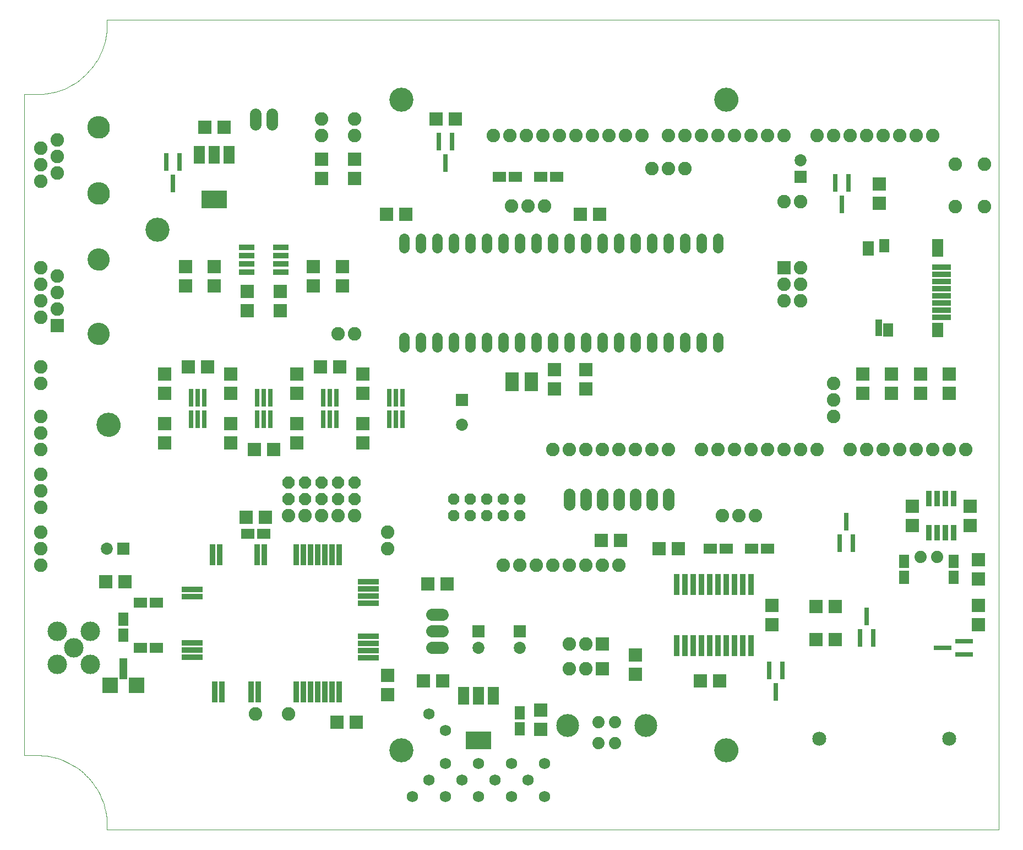
<source format=gts>
G75*
G70*
%OFA0B0*%
%FSLAX24Y24*%
%IPPOS*%
%LPD*%
%AMOC8*
5,1,8,0,0,1.08239X$1,22.5*
%
%ADD10C,0.0640*%
%ADD11C,0.0820*%
%ADD12R,0.0789X0.0631*%
%ADD13C,0.0740*%
%ADD14C,0.1386*%
%ADD15R,0.0300X0.1100*%
%ADD16R,0.0320X0.0950*%
%ADD17R,0.0790X0.0789*%
%ADD18R,0.0789X0.0790*%
%ADD19R,0.0730X0.0730*%
%ADD20C,0.0730*%
%ADD21C,0.0848*%
%ADD22OC8,0.0680*%
%ADD23C,0.0714*%
%ADD24R,0.1100X0.0300*%
%ADD25R,0.0789X0.1180*%
%ADD26R,0.1163X0.0356*%
%ADD27R,0.0671X0.1064*%
%ADD28R,0.0671X0.0907*%
%ADD29R,0.0592X0.0789*%
%ADD30R,0.0395X0.1045*%
%ADD31R,0.0631X0.0789*%
%ADD32R,0.0690X0.0867*%
%ADD33R,0.0320X0.1280*%
%ADD34R,0.0820X0.0820*%
%ADD35C,0.0720*%
%ADD36R,0.0340X0.1280*%
%ADD37R,0.1280X0.0340*%
%ADD38C,0.1180*%
%ADD39OC8,0.0720*%
%ADD40R,0.0480X0.1280*%
%ADD41R,0.0920X0.0960*%
%ADD42C,0.0000*%
%ADD43C,0.1340*%
%ADD44C,0.1360*%
%ADD45R,0.0950X0.0320*%
%ADD46C,0.1458*%
%ADD47R,0.0680X0.1080*%
%ADD48R,0.1530X0.1080*%
%ADD49C,0.0680*%
D10*
X026175Y032395D02*
X026175Y032955D01*
X027175Y032955D02*
X027175Y032395D01*
X028175Y032395D02*
X028175Y032955D01*
X029175Y032955D02*
X029175Y032395D01*
X030175Y032395D02*
X030175Y032955D01*
X031175Y032955D02*
X031175Y032395D01*
X032175Y032395D02*
X032175Y032955D01*
X033175Y032955D02*
X033175Y032395D01*
X034175Y032395D02*
X034175Y032955D01*
X035175Y032955D02*
X035175Y032395D01*
X036175Y032395D02*
X036175Y032955D01*
X037175Y032955D02*
X037175Y032395D01*
X038175Y032395D02*
X038175Y032955D01*
X039175Y032955D02*
X039175Y032395D01*
X040175Y032395D02*
X040175Y032955D01*
X041175Y032955D02*
X041175Y032395D01*
X042175Y032395D02*
X042175Y032955D01*
X043175Y032955D02*
X043175Y032395D01*
X044175Y032395D02*
X044175Y032955D01*
X045175Y032955D02*
X045175Y032395D01*
X045175Y038395D02*
X045175Y038955D01*
X044175Y038955D02*
X044175Y038395D01*
X043175Y038395D02*
X043175Y038955D01*
X042175Y038955D02*
X042175Y038395D01*
X041175Y038395D02*
X041175Y038955D01*
X040175Y038955D02*
X040175Y038395D01*
X039175Y038395D02*
X039175Y038955D01*
X038175Y038955D02*
X038175Y038395D01*
X037175Y038395D02*
X037175Y038955D01*
X036175Y038955D02*
X036175Y038395D01*
X035175Y038395D02*
X035175Y038955D01*
X034175Y038955D02*
X034175Y038395D01*
X033175Y038395D02*
X033175Y038955D01*
X032175Y038955D02*
X032175Y038395D01*
X031175Y038395D02*
X031175Y038955D01*
X030175Y038955D02*
X030175Y038395D01*
X029175Y038395D02*
X029175Y038955D01*
X028175Y038955D02*
X028175Y038395D01*
X027175Y038395D02*
X027175Y038955D01*
X026175Y038955D02*
X026175Y038395D01*
D11*
X032675Y040925D03*
X033675Y040925D03*
X034675Y040925D03*
X034575Y045175D03*
X033575Y045175D03*
X032575Y045175D03*
X031575Y045175D03*
X035575Y045175D03*
X036575Y045175D03*
X037575Y045175D03*
X038575Y045175D03*
X039575Y045175D03*
X040575Y045175D03*
X042175Y045175D03*
X043175Y045175D03*
X044175Y045175D03*
X045175Y045175D03*
X046175Y045175D03*
X047175Y045175D03*
X048175Y045175D03*
X049175Y045175D03*
X051175Y045175D03*
X052175Y045175D03*
X053175Y045175D03*
X054175Y045175D03*
X055175Y045175D03*
X056175Y045175D03*
X057175Y045175D03*
X058175Y045175D03*
X059535Y043455D03*
X061315Y043455D03*
X061315Y040895D03*
X059535Y040895D03*
X050175Y041175D03*
X049175Y041175D03*
X043175Y043175D03*
X042175Y043175D03*
X041175Y043175D03*
X050175Y037175D03*
X050175Y036175D03*
X049175Y036175D03*
X049175Y035175D03*
X050175Y035175D03*
X052175Y030175D03*
X052175Y029175D03*
X052175Y028175D03*
X051175Y026175D03*
X050175Y026175D03*
X049175Y026175D03*
X048175Y026175D03*
X047175Y026175D03*
X046175Y026175D03*
X045175Y026175D03*
X044175Y026175D03*
X042175Y026175D03*
X041175Y026175D03*
X040175Y026175D03*
X039175Y026175D03*
X038175Y026175D03*
X037175Y026175D03*
X036175Y026175D03*
X035175Y026175D03*
X045425Y022175D03*
X046425Y022175D03*
X047425Y022175D03*
X053175Y026175D03*
X054175Y026175D03*
X055175Y026175D03*
X056175Y026175D03*
X057175Y026175D03*
X058175Y026175D03*
X059175Y026175D03*
X060175Y026175D03*
X039175Y019175D03*
X038175Y019175D03*
X037175Y019175D03*
X036175Y019175D03*
X035175Y019175D03*
X034175Y019175D03*
X033175Y019175D03*
X032175Y019175D03*
X036175Y014425D03*
X037175Y014425D03*
X037175Y012925D03*
X036175Y012925D03*
X025175Y020175D03*
X025175Y021175D03*
X023175Y022175D03*
X022175Y022175D03*
X021175Y022175D03*
X020175Y022175D03*
X019175Y022175D03*
X004175Y022675D03*
X004175Y023675D03*
X004175Y024675D03*
X004175Y026175D03*
X004175Y027175D03*
X004175Y028175D03*
X004175Y030175D03*
X004175Y031175D03*
X004175Y034175D03*
X005175Y034675D03*
X004175Y035175D03*
X005175Y035675D03*
X004175Y036175D03*
X005175Y036675D03*
X004175Y037175D03*
X004175Y042425D03*
X005175Y042925D03*
X004175Y043425D03*
X005175Y043925D03*
X004175Y044425D03*
X005175Y044925D03*
X021175Y045175D03*
X021175Y046175D03*
X023175Y046175D03*
X023175Y045175D03*
X023175Y033175D03*
X022175Y033175D03*
X004175Y021175D03*
X004175Y020175D03*
X004175Y019175D03*
X017175Y010175D03*
X019175Y010175D03*
D12*
X011157Y014175D03*
X010193Y014175D03*
X010193Y016925D03*
X011157Y016925D03*
X016693Y021075D03*
X017657Y021075D03*
X044693Y020175D03*
X045657Y020175D03*
X047193Y020175D03*
X048157Y020175D03*
X035407Y042675D03*
X034443Y042675D03*
X032907Y042675D03*
X031943Y042675D03*
D13*
X057425Y019675D03*
X058425Y019675D03*
X038917Y009675D03*
X037933Y009675D03*
X037933Y008415D03*
X038917Y008415D03*
D14*
X040795Y009478D03*
X036055Y009478D03*
D15*
X048275Y012825D03*
X049075Y012825D03*
X048675Y011525D03*
X053775Y014775D03*
X054575Y014775D03*
X054175Y016075D03*
X053325Y020525D03*
X052525Y020525D03*
X052925Y021825D03*
X026075Y028025D03*
X025675Y028025D03*
X025275Y028025D03*
X025275Y029325D03*
X025675Y029325D03*
X026075Y029325D03*
X022075Y029325D03*
X021675Y029325D03*
X021275Y029325D03*
X021275Y028025D03*
X021675Y028025D03*
X022075Y028025D03*
X018075Y028025D03*
X017675Y028025D03*
X017275Y028025D03*
X017275Y029325D03*
X017675Y029325D03*
X018075Y029325D03*
X014075Y029325D03*
X013675Y029325D03*
X013275Y029325D03*
X013275Y028025D03*
X013675Y028025D03*
X014075Y028025D03*
X012175Y042275D03*
X011775Y043575D03*
X012575Y043575D03*
X028275Y044825D03*
X029075Y044825D03*
X028675Y043525D03*
X052275Y042325D03*
X053075Y042325D03*
X052675Y041025D03*
D16*
X057925Y023205D03*
X058425Y023205D03*
X058925Y023205D03*
X059425Y023205D03*
X059425Y021145D03*
X058925Y021145D03*
X058425Y021145D03*
X057925Y021145D03*
D17*
X056925Y021585D03*
X056925Y022765D03*
X060425Y022765D03*
X060425Y021585D03*
X060925Y019515D03*
X060925Y018335D03*
X060925Y016765D03*
X060925Y015585D03*
X048425Y015585D03*
X048425Y016765D03*
X040175Y013765D03*
X040175Y012585D03*
X034425Y010415D03*
X034425Y009235D03*
X025175Y011335D03*
X025175Y012515D03*
X023675Y026585D03*
X023675Y027765D03*
X023675Y029585D03*
X023675Y030765D03*
X019675Y030765D03*
X019675Y029585D03*
X019675Y027765D03*
X019675Y026585D03*
X015675Y026585D03*
X015675Y027765D03*
X015675Y029585D03*
X015675Y030765D03*
X011675Y030765D03*
X011675Y029585D03*
X011675Y027765D03*
X011675Y026585D03*
X016675Y034585D03*
X016675Y035765D03*
X018675Y035765D03*
X018675Y034585D03*
X020675Y036085D03*
X020675Y037265D03*
X022425Y037265D03*
X022425Y036085D03*
X014675Y036085D03*
X014675Y037265D03*
X012925Y037265D03*
X012925Y036085D03*
X021175Y042585D03*
X023175Y042585D03*
X023175Y043765D03*
X021175Y043765D03*
X035275Y031015D03*
X037175Y031015D03*
X037175Y029835D03*
X035275Y029835D03*
X053925Y029585D03*
X055675Y029585D03*
X055675Y030765D03*
X053925Y030765D03*
X057425Y030765D03*
X057425Y029585D03*
X059175Y029585D03*
X059175Y030765D03*
X054925Y041085D03*
X054925Y042265D03*
D18*
X038015Y040425D03*
X036835Y040425D03*
X029265Y046175D03*
X028085Y046175D03*
X026265Y040425D03*
X025085Y040425D03*
X015265Y045675D03*
X014085Y045675D03*
X014265Y031175D03*
X013085Y031175D03*
X017085Y026175D03*
X018265Y026175D03*
X017765Y022075D03*
X016585Y022075D03*
X009265Y018175D03*
X008085Y018175D03*
X022085Y009675D03*
X023265Y009675D03*
X027335Y012175D03*
X028515Y012175D03*
X028765Y018050D03*
X027585Y018050D03*
X038085Y020675D03*
X039265Y020675D03*
X041585Y020175D03*
X042765Y020175D03*
X051085Y016675D03*
X052265Y016675D03*
X052265Y014675D03*
X051085Y014675D03*
X045265Y012175D03*
X044085Y012175D03*
X022265Y031175D03*
X021085Y031175D03*
D19*
X029675Y029175D03*
X009175Y020175D03*
X030675Y015175D03*
X033175Y015175D03*
X050175Y042675D03*
D20*
X050175Y043675D03*
X029675Y027675D03*
X008175Y020175D03*
X030675Y014175D03*
X033175Y014175D03*
D21*
X051301Y008675D03*
X059175Y008675D03*
D22*
X033175Y022175D03*
X033175Y023175D03*
X032175Y023175D03*
X032175Y022175D03*
X031175Y022175D03*
X031175Y023175D03*
X030175Y023175D03*
X030175Y022175D03*
X029175Y022175D03*
X029175Y023175D03*
D23*
X036175Y022858D02*
X036175Y023492D01*
X037175Y023492D02*
X037175Y022858D01*
X038175Y022858D02*
X038175Y023492D01*
X039175Y023492D02*
X039175Y022858D01*
X040175Y022858D02*
X040175Y023492D01*
X041175Y023492D02*
X041175Y022858D01*
X042175Y022858D02*
X042175Y023492D01*
X018175Y045858D02*
X018175Y046492D01*
X017175Y046492D02*
X017175Y045858D01*
D24*
X060075Y014575D03*
X058775Y014175D03*
X060075Y013775D03*
D25*
X033865Y030275D03*
X032685Y030275D03*
D26*
X058716Y034175D03*
X058716Y034608D03*
X058716Y035041D03*
X058716Y035474D03*
X058716Y035907D03*
X058716Y036340D03*
X058716Y036773D03*
X058716Y037206D03*
D27*
X058470Y038368D03*
D28*
X058470Y033427D03*
D29*
X055478Y033407D03*
D30*
X054888Y033535D03*
D31*
X055222Y038506D03*
X056425Y019407D03*
X056425Y018443D03*
X059425Y018443D03*
X059425Y019407D03*
X033175Y010257D03*
X033175Y009293D03*
X009175Y014943D03*
X009175Y015907D03*
D32*
X054268Y038348D03*
D33*
X047175Y018025D03*
X046675Y018025D03*
X046175Y018025D03*
X045675Y018025D03*
X045175Y018025D03*
X044675Y018025D03*
X044175Y018025D03*
X043675Y018025D03*
X043175Y018025D03*
X042675Y018025D03*
X042675Y014325D03*
X043175Y014325D03*
X043675Y014325D03*
X044175Y014325D03*
X044675Y014325D03*
X045175Y014325D03*
X045675Y014325D03*
X046175Y014325D03*
X046675Y014325D03*
X047175Y014325D03*
D34*
X038175Y014425D03*
X038175Y012925D03*
X005175Y033675D03*
X049175Y037175D03*
D35*
X028495Y016175D02*
X027855Y016175D01*
X027855Y015175D02*
X028495Y015175D01*
X028495Y014175D02*
X027855Y014175D01*
D36*
X022218Y011527D03*
X021785Y011527D03*
X021352Y011527D03*
X020919Y011527D03*
X020486Y011527D03*
X020053Y011527D03*
X019620Y011527D03*
X017336Y011527D03*
X016903Y011527D03*
X015132Y011527D03*
X014699Y011527D03*
X014581Y019823D03*
X015014Y019823D03*
X017258Y019823D03*
X017691Y019823D03*
X019620Y019823D03*
X020053Y019823D03*
X020486Y019823D03*
X020919Y019823D03*
X021352Y019823D03*
X021785Y019823D03*
X022218Y019823D03*
D37*
X024004Y018195D03*
X024004Y017762D03*
X024004Y017329D03*
X024004Y016895D03*
X024004Y014888D03*
X024004Y014455D03*
X024004Y014021D03*
X024004Y013588D03*
X013346Y013628D03*
X013346Y014061D03*
X013346Y014494D03*
X013346Y017289D03*
X013346Y017722D03*
D38*
X007175Y015175D03*
X006175Y014175D03*
X005175Y013175D03*
X007175Y013175D03*
X005175Y015175D03*
D39*
X019175Y023175D03*
X019175Y024175D03*
X020175Y024175D03*
X021175Y024175D03*
X022175Y024175D03*
X023175Y024175D03*
X023175Y023175D03*
X022175Y023175D03*
X021175Y023175D03*
X020175Y023175D03*
D40*
X009175Y012925D03*
D41*
X008375Y011925D03*
X009975Y011925D03*
D42*
X003675Y007675D02*
X003884Y007682D01*
X004093Y007679D01*
X004301Y007665D01*
X004509Y007642D01*
X004715Y007608D01*
X004919Y007564D01*
X005121Y007510D01*
X005320Y007447D01*
X005516Y007374D01*
X005708Y007291D01*
X005895Y007199D01*
X006078Y007097D01*
X006256Y006987D01*
X006428Y006869D01*
X006594Y006742D01*
X006753Y006607D01*
X006906Y006464D01*
X007051Y006314D01*
X007189Y006157D01*
X007320Y005994D01*
X007442Y005824D01*
X007555Y005649D01*
X007660Y005468D01*
X007756Y005282D01*
X007842Y005092D01*
X007919Y004898D01*
X007987Y004700D01*
X008044Y004499D01*
X008092Y004296D01*
X008130Y004090D01*
X008157Y003883D01*
X008175Y003675D01*
X008175Y003175D01*
X062175Y003175D01*
X062175Y052175D01*
X008175Y052175D01*
X008175Y051675D01*
X008158Y051473D01*
X008132Y051272D01*
X008096Y051073D01*
X008051Y050875D01*
X007996Y050680D01*
X007932Y050488D01*
X007859Y050299D01*
X007777Y050113D01*
X007687Y049932D01*
X007588Y049756D01*
X007480Y049584D01*
X007365Y049417D01*
X007242Y049256D01*
X007111Y049102D01*
X006973Y048953D01*
X006828Y048811D01*
X006677Y048677D01*
X006519Y048550D01*
X006355Y048430D01*
X006186Y048318D01*
X006012Y048215D01*
X005833Y048120D01*
X005650Y048033D01*
X005463Y047956D01*
X005272Y047887D01*
X005079Y047827D01*
X004882Y047777D01*
X004684Y047736D01*
X004484Y047705D01*
X004282Y047683D01*
X004080Y047671D01*
X003878Y047668D01*
X003675Y047675D01*
X003175Y047675D01*
X003175Y007675D01*
X003675Y007675D01*
X025301Y007990D02*
X025303Y008042D01*
X025309Y008094D01*
X025319Y008145D01*
X025332Y008195D01*
X025350Y008245D01*
X025371Y008292D01*
X025395Y008338D01*
X025424Y008382D01*
X025455Y008424D01*
X025489Y008463D01*
X025526Y008500D01*
X025566Y008533D01*
X025609Y008564D01*
X025653Y008591D01*
X025699Y008615D01*
X025748Y008635D01*
X025797Y008651D01*
X025848Y008664D01*
X025899Y008673D01*
X025951Y008678D01*
X026003Y008679D01*
X026055Y008676D01*
X026107Y008669D01*
X026158Y008658D01*
X026208Y008644D01*
X026257Y008625D01*
X026304Y008603D01*
X026349Y008578D01*
X026393Y008549D01*
X026434Y008517D01*
X026473Y008482D01*
X026508Y008444D01*
X026541Y008403D01*
X026571Y008361D01*
X026597Y008316D01*
X026620Y008269D01*
X026639Y008220D01*
X026655Y008170D01*
X026667Y008120D01*
X026675Y008068D01*
X026679Y008016D01*
X026679Y007964D01*
X026675Y007912D01*
X026667Y007860D01*
X026655Y007810D01*
X026639Y007760D01*
X026620Y007711D01*
X026597Y007664D01*
X026571Y007619D01*
X026541Y007577D01*
X026508Y007536D01*
X026473Y007498D01*
X026434Y007463D01*
X026393Y007431D01*
X026349Y007402D01*
X026304Y007377D01*
X026257Y007355D01*
X026208Y007336D01*
X026158Y007322D01*
X026107Y007311D01*
X026055Y007304D01*
X026003Y007301D01*
X025951Y007302D01*
X025899Y007307D01*
X025848Y007316D01*
X025797Y007329D01*
X025748Y007345D01*
X025699Y007365D01*
X025653Y007389D01*
X025609Y007416D01*
X025566Y007447D01*
X025526Y007480D01*
X025489Y007517D01*
X025455Y007556D01*
X025424Y007598D01*
X025395Y007642D01*
X025371Y007688D01*
X025350Y007735D01*
X025332Y007785D01*
X025319Y007835D01*
X025309Y007886D01*
X025303Y007938D01*
X025301Y007990D01*
X044986Y007990D02*
X044988Y008042D01*
X044994Y008094D01*
X045004Y008145D01*
X045017Y008195D01*
X045035Y008245D01*
X045056Y008292D01*
X045080Y008338D01*
X045109Y008382D01*
X045140Y008424D01*
X045174Y008463D01*
X045211Y008500D01*
X045251Y008533D01*
X045294Y008564D01*
X045338Y008591D01*
X045384Y008615D01*
X045433Y008635D01*
X045482Y008651D01*
X045533Y008664D01*
X045584Y008673D01*
X045636Y008678D01*
X045688Y008679D01*
X045740Y008676D01*
X045792Y008669D01*
X045843Y008658D01*
X045893Y008644D01*
X045942Y008625D01*
X045989Y008603D01*
X046034Y008578D01*
X046078Y008549D01*
X046119Y008517D01*
X046158Y008482D01*
X046193Y008444D01*
X046226Y008403D01*
X046256Y008361D01*
X046282Y008316D01*
X046305Y008269D01*
X046324Y008220D01*
X046340Y008170D01*
X046352Y008120D01*
X046360Y008068D01*
X046364Y008016D01*
X046364Y007964D01*
X046360Y007912D01*
X046352Y007860D01*
X046340Y007810D01*
X046324Y007760D01*
X046305Y007711D01*
X046282Y007664D01*
X046256Y007619D01*
X046226Y007577D01*
X046193Y007536D01*
X046158Y007498D01*
X046119Y007463D01*
X046078Y007431D01*
X046034Y007402D01*
X045989Y007377D01*
X045942Y007355D01*
X045893Y007336D01*
X045843Y007322D01*
X045792Y007311D01*
X045740Y007304D01*
X045688Y007301D01*
X045636Y007302D01*
X045584Y007307D01*
X045533Y007316D01*
X045482Y007329D01*
X045433Y007345D01*
X045384Y007365D01*
X045338Y007389D01*
X045294Y007416D01*
X045251Y007447D01*
X045211Y007480D01*
X045174Y007517D01*
X045140Y007556D01*
X045109Y007598D01*
X045080Y007642D01*
X045056Y007688D01*
X045035Y007735D01*
X045017Y007785D01*
X045004Y007835D01*
X044994Y007886D01*
X044988Y007938D01*
X044986Y007990D01*
X007584Y027675D02*
X007586Y027727D01*
X007592Y027779D01*
X007602Y027830D01*
X007615Y027880D01*
X007633Y027930D01*
X007654Y027977D01*
X007678Y028023D01*
X007707Y028067D01*
X007738Y028109D01*
X007772Y028148D01*
X007809Y028185D01*
X007849Y028218D01*
X007892Y028249D01*
X007936Y028276D01*
X007982Y028300D01*
X008031Y028320D01*
X008080Y028336D01*
X008131Y028349D01*
X008182Y028358D01*
X008234Y028363D01*
X008286Y028364D01*
X008338Y028361D01*
X008390Y028354D01*
X008441Y028343D01*
X008491Y028329D01*
X008540Y028310D01*
X008587Y028288D01*
X008632Y028263D01*
X008676Y028234D01*
X008717Y028202D01*
X008756Y028167D01*
X008791Y028129D01*
X008824Y028088D01*
X008854Y028046D01*
X008880Y028001D01*
X008903Y027954D01*
X008922Y027905D01*
X008938Y027855D01*
X008950Y027805D01*
X008958Y027753D01*
X008962Y027701D01*
X008962Y027649D01*
X008958Y027597D01*
X008950Y027545D01*
X008938Y027495D01*
X008922Y027445D01*
X008903Y027396D01*
X008880Y027349D01*
X008854Y027304D01*
X008824Y027262D01*
X008791Y027221D01*
X008756Y027183D01*
X008717Y027148D01*
X008676Y027116D01*
X008632Y027087D01*
X008587Y027062D01*
X008540Y027040D01*
X008491Y027021D01*
X008441Y027007D01*
X008390Y026996D01*
X008338Y026989D01*
X008286Y026986D01*
X008234Y026987D01*
X008182Y026992D01*
X008131Y027001D01*
X008080Y027014D01*
X008031Y027030D01*
X007982Y027050D01*
X007936Y027074D01*
X007892Y027101D01*
X007849Y027132D01*
X007809Y027165D01*
X007772Y027202D01*
X007738Y027241D01*
X007707Y027283D01*
X007678Y027327D01*
X007654Y027373D01*
X007633Y027420D01*
X007615Y027470D01*
X007602Y027520D01*
X007592Y027571D01*
X007586Y027623D01*
X007584Y027675D01*
X007045Y033175D02*
X007047Y033225D01*
X007053Y033275D01*
X007063Y033324D01*
X007077Y033372D01*
X007094Y033419D01*
X007115Y033464D01*
X007140Y033508D01*
X007168Y033549D01*
X007200Y033588D01*
X007234Y033625D01*
X007271Y033659D01*
X007311Y033689D01*
X007353Y033716D01*
X007397Y033740D01*
X007443Y033761D01*
X007490Y033777D01*
X007538Y033790D01*
X007588Y033799D01*
X007637Y033804D01*
X007688Y033805D01*
X007738Y033802D01*
X007787Y033795D01*
X007836Y033784D01*
X007884Y033769D01*
X007930Y033751D01*
X007975Y033729D01*
X008018Y033703D01*
X008059Y033674D01*
X008098Y033642D01*
X008134Y033607D01*
X008166Y033569D01*
X008196Y033529D01*
X008223Y033486D01*
X008246Y033442D01*
X008265Y033396D01*
X008281Y033348D01*
X008293Y033299D01*
X008301Y033250D01*
X008305Y033200D01*
X008305Y033150D01*
X008301Y033100D01*
X008293Y033051D01*
X008281Y033002D01*
X008265Y032954D01*
X008246Y032908D01*
X008223Y032864D01*
X008196Y032821D01*
X008166Y032781D01*
X008134Y032743D01*
X008098Y032708D01*
X008059Y032676D01*
X008018Y032647D01*
X007975Y032621D01*
X007930Y032599D01*
X007884Y032581D01*
X007836Y032566D01*
X007787Y032555D01*
X007738Y032548D01*
X007688Y032545D01*
X007637Y032546D01*
X007588Y032551D01*
X007538Y032560D01*
X007490Y032573D01*
X007443Y032589D01*
X007397Y032610D01*
X007353Y032634D01*
X007311Y032661D01*
X007271Y032691D01*
X007234Y032725D01*
X007200Y032762D01*
X007168Y032801D01*
X007140Y032842D01*
X007115Y032886D01*
X007094Y032931D01*
X007077Y032978D01*
X007063Y033026D01*
X007053Y033075D01*
X007047Y033125D01*
X007045Y033175D01*
X007045Y037675D02*
X007047Y037725D01*
X007053Y037775D01*
X007063Y037824D01*
X007077Y037872D01*
X007094Y037919D01*
X007115Y037964D01*
X007140Y038008D01*
X007168Y038049D01*
X007200Y038088D01*
X007234Y038125D01*
X007271Y038159D01*
X007311Y038189D01*
X007353Y038216D01*
X007397Y038240D01*
X007443Y038261D01*
X007490Y038277D01*
X007538Y038290D01*
X007588Y038299D01*
X007637Y038304D01*
X007688Y038305D01*
X007738Y038302D01*
X007787Y038295D01*
X007836Y038284D01*
X007884Y038269D01*
X007930Y038251D01*
X007975Y038229D01*
X008018Y038203D01*
X008059Y038174D01*
X008098Y038142D01*
X008134Y038107D01*
X008166Y038069D01*
X008196Y038029D01*
X008223Y037986D01*
X008246Y037942D01*
X008265Y037896D01*
X008281Y037848D01*
X008293Y037799D01*
X008301Y037750D01*
X008305Y037700D01*
X008305Y037650D01*
X008301Y037600D01*
X008293Y037551D01*
X008281Y037502D01*
X008265Y037454D01*
X008246Y037408D01*
X008223Y037364D01*
X008196Y037321D01*
X008166Y037281D01*
X008134Y037243D01*
X008098Y037208D01*
X008059Y037176D01*
X008018Y037147D01*
X007975Y037121D01*
X007930Y037099D01*
X007884Y037081D01*
X007836Y037066D01*
X007787Y037055D01*
X007738Y037048D01*
X007688Y037045D01*
X007637Y037046D01*
X007588Y037051D01*
X007538Y037060D01*
X007490Y037073D01*
X007443Y037089D01*
X007397Y037110D01*
X007353Y037134D01*
X007311Y037161D01*
X007271Y037191D01*
X007234Y037225D01*
X007200Y037262D01*
X007168Y037301D01*
X007140Y037342D01*
X007115Y037386D01*
X007094Y037431D01*
X007077Y037478D01*
X007063Y037526D01*
X007053Y037575D01*
X007047Y037625D01*
X007045Y037675D01*
X010537Y039486D02*
X010539Y039538D01*
X010545Y039590D01*
X010555Y039641D01*
X010568Y039691D01*
X010586Y039741D01*
X010607Y039788D01*
X010631Y039834D01*
X010660Y039878D01*
X010691Y039920D01*
X010725Y039959D01*
X010762Y039996D01*
X010802Y040029D01*
X010845Y040060D01*
X010889Y040087D01*
X010935Y040111D01*
X010984Y040131D01*
X011033Y040147D01*
X011084Y040160D01*
X011135Y040169D01*
X011187Y040174D01*
X011239Y040175D01*
X011291Y040172D01*
X011343Y040165D01*
X011394Y040154D01*
X011444Y040140D01*
X011493Y040121D01*
X011540Y040099D01*
X011585Y040074D01*
X011629Y040045D01*
X011670Y040013D01*
X011709Y039978D01*
X011744Y039940D01*
X011777Y039899D01*
X011807Y039857D01*
X011833Y039812D01*
X011856Y039765D01*
X011875Y039716D01*
X011891Y039666D01*
X011903Y039616D01*
X011911Y039564D01*
X011915Y039512D01*
X011915Y039460D01*
X011911Y039408D01*
X011903Y039356D01*
X011891Y039306D01*
X011875Y039256D01*
X011856Y039207D01*
X011833Y039160D01*
X011807Y039115D01*
X011777Y039073D01*
X011744Y039032D01*
X011709Y038994D01*
X011670Y038959D01*
X011629Y038927D01*
X011585Y038898D01*
X011540Y038873D01*
X011493Y038851D01*
X011444Y038832D01*
X011394Y038818D01*
X011343Y038807D01*
X011291Y038800D01*
X011239Y038797D01*
X011187Y038798D01*
X011135Y038803D01*
X011084Y038812D01*
X011033Y038825D01*
X010984Y038841D01*
X010935Y038861D01*
X010889Y038885D01*
X010845Y038912D01*
X010802Y038943D01*
X010762Y038976D01*
X010725Y039013D01*
X010691Y039052D01*
X010660Y039094D01*
X010631Y039138D01*
X010607Y039184D01*
X010586Y039231D01*
X010568Y039281D01*
X010555Y039331D01*
X010545Y039382D01*
X010539Y039434D01*
X010537Y039486D01*
X007035Y041675D02*
X007037Y041725D01*
X007043Y041775D01*
X007053Y041824D01*
X007066Y041873D01*
X007084Y041920D01*
X007105Y041966D01*
X007129Y042009D01*
X007157Y042051D01*
X007188Y042091D01*
X007222Y042128D01*
X007259Y042162D01*
X007299Y042193D01*
X007341Y042221D01*
X007384Y042245D01*
X007430Y042266D01*
X007477Y042284D01*
X007526Y042297D01*
X007575Y042307D01*
X007625Y042313D01*
X007675Y042315D01*
X007725Y042313D01*
X007775Y042307D01*
X007824Y042297D01*
X007873Y042284D01*
X007920Y042266D01*
X007966Y042245D01*
X008009Y042221D01*
X008051Y042193D01*
X008091Y042162D01*
X008128Y042128D01*
X008162Y042091D01*
X008193Y042051D01*
X008221Y042009D01*
X008245Y041966D01*
X008266Y041920D01*
X008284Y041873D01*
X008297Y041824D01*
X008307Y041775D01*
X008313Y041725D01*
X008315Y041675D01*
X008313Y041625D01*
X008307Y041575D01*
X008297Y041526D01*
X008284Y041477D01*
X008266Y041430D01*
X008245Y041384D01*
X008221Y041341D01*
X008193Y041299D01*
X008162Y041259D01*
X008128Y041222D01*
X008091Y041188D01*
X008051Y041157D01*
X008009Y041129D01*
X007966Y041105D01*
X007920Y041084D01*
X007873Y041066D01*
X007824Y041053D01*
X007775Y041043D01*
X007725Y041037D01*
X007675Y041035D01*
X007625Y041037D01*
X007575Y041043D01*
X007526Y041053D01*
X007477Y041066D01*
X007430Y041084D01*
X007384Y041105D01*
X007341Y041129D01*
X007299Y041157D01*
X007259Y041188D01*
X007222Y041222D01*
X007188Y041259D01*
X007157Y041299D01*
X007129Y041341D01*
X007105Y041384D01*
X007084Y041430D01*
X007066Y041477D01*
X007053Y041526D01*
X007043Y041575D01*
X007037Y041625D01*
X007035Y041675D01*
X007035Y045675D02*
X007037Y045725D01*
X007043Y045775D01*
X007053Y045824D01*
X007066Y045873D01*
X007084Y045920D01*
X007105Y045966D01*
X007129Y046009D01*
X007157Y046051D01*
X007188Y046091D01*
X007222Y046128D01*
X007259Y046162D01*
X007299Y046193D01*
X007341Y046221D01*
X007384Y046245D01*
X007430Y046266D01*
X007477Y046284D01*
X007526Y046297D01*
X007575Y046307D01*
X007625Y046313D01*
X007675Y046315D01*
X007725Y046313D01*
X007775Y046307D01*
X007824Y046297D01*
X007873Y046284D01*
X007920Y046266D01*
X007966Y046245D01*
X008009Y046221D01*
X008051Y046193D01*
X008091Y046162D01*
X008128Y046128D01*
X008162Y046091D01*
X008193Y046051D01*
X008221Y046009D01*
X008245Y045966D01*
X008266Y045920D01*
X008284Y045873D01*
X008297Y045824D01*
X008307Y045775D01*
X008313Y045725D01*
X008315Y045675D01*
X008313Y045625D01*
X008307Y045575D01*
X008297Y045526D01*
X008284Y045477D01*
X008266Y045430D01*
X008245Y045384D01*
X008221Y045341D01*
X008193Y045299D01*
X008162Y045259D01*
X008128Y045222D01*
X008091Y045188D01*
X008051Y045157D01*
X008009Y045129D01*
X007966Y045105D01*
X007920Y045084D01*
X007873Y045066D01*
X007824Y045053D01*
X007775Y045043D01*
X007725Y045037D01*
X007675Y045035D01*
X007625Y045037D01*
X007575Y045043D01*
X007526Y045053D01*
X007477Y045066D01*
X007430Y045084D01*
X007384Y045105D01*
X007341Y045129D01*
X007299Y045157D01*
X007259Y045188D01*
X007222Y045222D01*
X007188Y045259D01*
X007157Y045299D01*
X007129Y045341D01*
X007105Y045384D01*
X007084Y045430D01*
X007066Y045477D01*
X007053Y045526D01*
X007043Y045575D01*
X007037Y045625D01*
X007035Y045675D01*
X025301Y047360D02*
X025303Y047412D01*
X025309Y047464D01*
X025319Y047515D01*
X025332Y047565D01*
X025350Y047615D01*
X025371Y047662D01*
X025395Y047708D01*
X025424Y047752D01*
X025455Y047794D01*
X025489Y047833D01*
X025526Y047870D01*
X025566Y047903D01*
X025609Y047934D01*
X025653Y047961D01*
X025699Y047985D01*
X025748Y048005D01*
X025797Y048021D01*
X025848Y048034D01*
X025899Y048043D01*
X025951Y048048D01*
X026003Y048049D01*
X026055Y048046D01*
X026107Y048039D01*
X026158Y048028D01*
X026208Y048014D01*
X026257Y047995D01*
X026304Y047973D01*
X026349Y047948D01*
X026393Y047919D01*
X026434Y047887D01*
X026473Y047852D01*
X026508Y047814D01*
X026541Y047773D01*
X026571Y047731D01*
X026597Y047686D01*
X026620Y047639D01*
X026639Y047590D01*
X026655Y047540D01*
X026667Y047490D01*
X026675Y047438D01*
X026679Y047386D01*
X026679Y047334D01*
X026675Y047282D01*
X026667Y047230D01*
X026655Y047180D01*
X026639Y047130D01*
X026620Y047081D01*
X026597Y047034D01*
X026571Y046989D01*
X026541Y046947D01*
X026508Y046906D01*
X026473Y046868D01*
X026434Y046833D01*
X026393Y046801D01*
X026349Y046772D01*
X026304Y046747D01*
X026257Y046725D01*
X026208Y046706D01*
X026158Y046692D01*
X026107Y046681D01*
X026055Y046674D01*
X026003Y046671D01*
X025951Y046672D01*
X025899Y046677D01*
X025848Y046686D01*
X025797Y046699D01*
X025748Y046715D01*
X025699Y046735D01*
X025653Y046759D01*
X025609Y046786D01*
X025566Y046817D01*
X025526Y046850D01*
X025489Y046887D01*
X025455Y046926D01*
X025424Y046968D01*
X025395Y047012D01*
X025371Y047058D01*
X025350Y047105D01*
X025332Y047155D01*
X025319Y047205D01*
X025309Y047256D01*
X025303Y047308D01*
X025301Y047360D01*
X044986Y047360D02*
X044988Y047412D01*
X044994Y047464D01*
X045004Y047515D01*
X045017Y047565D01*
X045035Y047615D01*
X045056Y047662D01*
X045080Y047708D01*
X045109Y047752D01*
X045140Y047794D01*
X045174Y047833D01*
X045211Y047870D01*
X045251Y047903D01*
X045294Y047934D01*
X045338Y047961D01*
X045384Y047985D01*
X045433Y048005D01*
X045482Y048021D01*
X045533Y048034D01*
X045584Y048043D01*
X045636Y048048D01*
X045688Y048049D01*
X045740Y048046D01*
X045792Y048039D01*
X045843Y048028D01*
X045893Y048014D01*
X045942Y047995D01*
X045989Y047973D01*
X046034Y047948D01*
X046078Y047919D01*
X046119Y047887D01*
X046158Y047852D01*
X046193Y047814D01*
X046226Y047773D01*
X046256Y047731D01*
X046282Y047686D01*
X046305Y047639D01*
X046324Y047590D01*
X046340Y047540D01*
X046352Y047490D01*
X046360Y047438D01*
X046364Y047386D01*
X046364Y047334D01*
X046360Y047282D01*
X046352Y047230D01*
X046340Y047180D01*
X046324Y047130D01*
X046305Y047081D01*
X046282Y047034D01*
X046256Y046989D01*
X046226Y046947D01*
X046193Y046906D01*
X046158Y046868D01*
X046119Y046833D01*
X046078Y046801D01*
X046034Y046772D01*
X045989Y046747D01*
X045942Y046725D01*
X045893Y046706D01*
X045843Y046692D01*
X045792Y046681D01*
X045740Y046674D01*
X045688Y046671D01*
X045636Y046672D01*
X045584Y046677D01*
X045533Y046686D01*
X045482Y046699D01*
X045433Y046715D01*
X045384Y046735D01*
X045338Y046759D01*
X045294Y046786D01*
X045251Y046817D01*
X045211Y046850D01*
X045174Y046887D01*
X045140Y046926D01*
X045109Y046968D01*
X045080Y047012D01*
X045056Y047058D01*
X045035Y047105D01*
X045017Y047155D01*
X045004Y047205D01*
X044994Y047256D01*
X044988Y047308D01*
X044986Y047360D01*
D43*
X007675Y037675D03*
X007675Y033175D03*
D44*
X007675Y041675D03*
X007675Y045675D03*
D45*
X016645Y038425D03*
X016645Y037925D03*
X016645Y037425D03*
X016645Y036925D03*
X018705Y036925D03*
X018705Y037425D03*
X018705Y037925D03*
X018705Y038425D03*
D46*
X011226Y039486D03*
X025990Y047360D03*
X045675Y047360D03*
X008273Y027675D03*
X025990Y007990D03*
X045675Y007990D03*
D47*
X031581Y011275D03*
X030675Y011275D03*
X029769Y011275D03*
X015581Y044025D03*
X014675Y044025D03*
X013769Y044025D03*
D48*
X014675Y041325D03*
X030675Y008575D03*
D49*
X028675Y009175D03*
X027675Y010175D03*
X028675Y007175D03*
X027675Y006175D03*
X026675Y005175D03*
X028675Y005175D03*
X029675Y006175D03*
X030675Y007175D03*
X031675Y006175D03*
X032675Y007175D03*
X033675Y006175D03*
X034675Y007175D03*
X034675Y005175D03*
X032675Y005175D03*
X030675Y005175D03*
M02*

</source>
